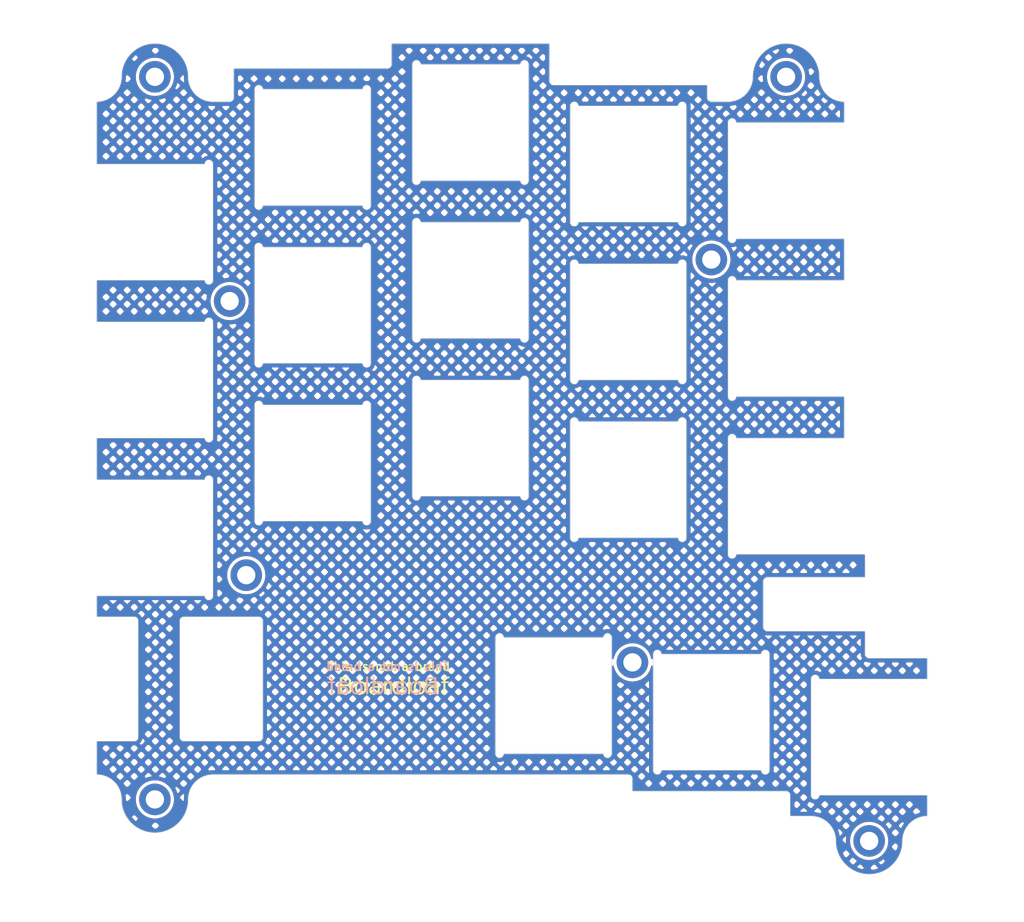
<source format=kicad_pcb>
(kicad_pcb (version 20241229) (generator "pcbnew") (generator_version "9.0")
  (layers (0 "F.Cu" signal) (2 "B.Cu" signal) (13 "F.Paste" user) (15 "B.Paste" user) (5 "F.SilkS" user "F.Silkscreen") (7 "B.SilkS" user "B.Silkscreen") (1 "F.Mask" user) (3 "B.Mask" user) (25 "Edge.Cuts" user))
  (net 0 "")
  (net 1 "GND")
  (footprint "MountingHole:MountingHole_2.2mm_M2_DIN965_Pad_TopBottom" (layer "F.Cu") (at 150.5 52.5)
    (property "Reference" "GND" (hide yes))
    (property "Value" "MountingHole_2.2mm_M2_DIN965_Pad_TopBottom")
    (pad "1" thru_hole circle (at 0 0) (size 2.6 2.6) (drill 2.2) (layers "*.Cu" "*.Mask"))
    (pad "1" connect circle (at 0 0) (size 3.8 3.8) (layers "F.Cu" "F.Mask"))
    (pad "1" connect circle (at 0 0) (size 3.8 3.8) (layers "B.Cu" "B.Mask"))
  )
  (footprint "MountingHole:MountingHole_2.2mm_M2_DIN965_Pad_TopBottom" (layer "F.Cu") (at 160.5 144.500001)
    (property "Reference" "GND" (hide yes))
    (property "Value" "MountingHole_2.2mm_M2_DIN965_Pad_TopBottom")
    (pad "1" thru_hole circle (at 0 0) (size 2.6 2.6) (drill 2.2) (layers "*.Cu" "*.Mask"))
    (pad "1" connect circle (at 0 0) (size 3.8 3.8) (layers "F.Cu" "F.Mask"))
    (pad "1" connect circle (at 0 0) (size 3.8 3.8) (layers "B.Cu" "B.Mask"))
  )
  (footprint "MountingHole:MountingHole_2.2mm_M2_DIN965_Pad_TopBottom" (layer "F.Cu") (at 74.5 52.5)
    (property "Reference" "GND" (hide yes))
    (property "Value" "MountingHole_2.2mm_M2_DIN965_Pad_TopBottom")
    (pad "1" thru_hole circle (at 0 0) (size 2.6 2.6) (drill 2.2) (layers "*.Cu" "*.Mask") (net 1 "GND"))
    (pad "1" connect circle (at 0 0) (size 3.8 3.8) (layers "F.Cu" "F.Mask"))
    (pad "1" connect circle (at 0 0) (size 3.8 3.8) (layers "B.Cu" "B.Mask"))
  )
  (footprint "MountingHole:MountingHole_2.2mm_M2_DIN965_Pad_TopBottom" (layer "F.Cu") (at 141.5 74.5)
    (property "Reference" "GND" (hide yes))
    (property "Value" "MountingHole_2.2mm_M2_DIN965_Pad_TopBottom")
    (pad "1" thru_hole circle (at 0 0) (size 2.6 2.6) (drill 2.2) (layers "*.Cu" "*.Mask"))
    (pad "1" connect circle (at 0 0) (size 3.8 3.8) (layers "F.Cu" "F.Mask"))
    (pad "1" connect circle (at 0 0) (size 3.8 3.8) (layers "B.Cu" "B.Mask"))
  )
  (footprint "MountingHole:MountingHole_2.2mm_M2_DIN965_Pad_TopBottom" (layer "F.Cu") (at 132 123)
    (property "Reference" "GND" (hide yes))
    (property "Value" "MountingHole_2.2mm_M2_DIN965_Pad_TopBottom")
    (pad "1" thru_hole circle (at 0 0) (size 2.6 2.6) (drill 2.2) (layers "*.Cu" "*.Mask"))
    (pad "1" connect circle (at 0 0) (size 3.8 3.8) (layers "F.Cu" "F.Mask"))
    (pad "1" connect circle (at 0 0) (size 3.8 3.8) (layers "B.Cu" "B.Mask"))
  )
  (footprint "MountingHole:MountingHole_2.2mm_M2_DIN965_Pad_TopBottom" (layer "F.Cu") (at 85.5 112.5)
    (property "Reference" "GND" (hide yes))
    (property "Value" "MountingHole_2.2mm_M2_DIN965_Pad_TopBottom")
    (pad "1" thru_hole circle (at 0 0) (size 2.6 2.6) (drill 2.2) (layers "*.Cu" "*.Mask"))
    (pad "1" connect circle (at 0 0) (size 3.8 3.8) (layers "F.Cu" "F.Mask"))
    (pad "1" connect circle (at 0 0) (size 3.8 3.8) (layers "B.Cu" "B.Mask"))
  )
  (footprint "MountingHole:MountingHole_2.2mm_M2_DIN965_Pad_TopBottom" (layer "F.Cu") (at 83.5 79.5)
    (property "Reference" "GND" (hide yes))
    (property "Value" "MountingHole_2.2mm_M2_DIN965_Pad_TopBottom")
    (pad "1" thru_hole circle (at 0 0) (size 2.6 2.6) (drill 2.2) (layers "*.Cu" "*.Mask"))
    (pad "1" connect circle (at 0 0) (size 3.8 3.8) (layers "F.Cu" "F.Mask"))
    (pad "1" connect circle (at 0 0) (size 3.8 3.8) (layers "B.Cu" "B.Mask"))
  )
  (footprint "MountingHole:MountingHole_2.2mm_M2_DIN965_Pad_TopBottom" (layer "F.Cu") (at 74.500003 139.500001)
    (property "Reference" "GND" (hide yes))
    (property "Value" "MountingHole_2.2mm_M2_DIN965_Pad_TopBottom")
    (pad "1" thru_hole circle (at 0 0) (size 2.6 2.6) (drill 2.2) (layers "*.Cu" "*.Mask"))
    (pad "1" connect circle (at 0 0) (size 3.8 3.8) (layers "F.Cu" "F.Mask"))
    (pad "1" connect circle (at 0 0) (size 3.8 3.8) (layers "B.Cu" "B.Mask"))
  )
  (gr_arc (start 78.500003 139.499998) (mid 79.378683 137.37868) (end 81.500004 136.5) (stroke (width 0.05)) (layer "Edge.Cuts"))
  (gr_line (start 148.5 122) (end 148.5 136) (stroke (width 0.05)) (layer "Edge.Cuts"))
  (gr_arc (start 115.5 120) (mid 116 119.5) (end 116.5 120) (stroke (width 0.05)) (layer "Edge.Cuts"))
  (gr_line (start 84 51.5) (end 84 55) (stroke (width 0.05)) (layer "Edge.Cuts"))
  (gr_line (start 158 110) (end 144.5 110) (stroke (width 0.05)) (layer "Edge.Cuts"))
  (gr_line (start 160 112.75) (end 160 110) (stroke (width 0.05)) (layer "Edge.Cuts"))
  (gr_line (start 135.5 136) (end 147.5 136) (stroke (width 0.05)) (layer "Edge.Cuts"))
  (gr_arc (start 153.5 141.5) (mid 155.62132 142.37868) (end 156.5 144.499998) (stroke (width 0.05)) (layer "Edge.Cuts"))
  (gr_line (start 167.5 122.5) (end 160.5 122.5) (stroke (width 0.05)) (layer "Edge.Cuts"))
  (gr_line (start 151 139) (end 151 141.5) (stroke (width 0.05)) (layer "Edge.Cuts"))
  (gr_arc (start 164.5 144.499998) (mid 165.37868 142.37868) (end 167.500001 141.5) (stroke (width 0.05)) (layer "Edge.Cuts"))
  (gr_arc (start 80.5 63) (mid 81 62.5) (end 81.5 63) (stroke (width 0.05)) (layer "Edge.Cuts"))
  (gr_line (start 125.5 94) (end 137.5 94) (stroke (width 0.05)) (layer "Edge.Cuts"))
  (gr_arc (start 157.5 55.5) (mid 155.37868 54.62132) (end 154.5 52.5) (stroke (width 0.05)) (layer "Edge.Cuts"))
  (gr_line (start 135.5 122) (end 147.5 122) (stroke (width 0.05)) (layer "Edge.Cuts"))
  (gr_arc (start 86.5 92) (mid 87 91.5) (end 87.5 92) (stroke (width 0.05)) (layer "Edge.Cuts"))
  (gr_line (start 154.5 125) (end 167.5 125) (stroke (width 0.05)) (layer "Edge.Cuts"))
  (gr_line (start 87 132.5) (end 78 132.5) (stroke (width 0.05)) (layer "Edge.Cuts"))
  (gr_arc (start 137.5 56) (mid 138 55.5) (end 138.5 56) (stroke (width 0.05)) (layer "Edge.Cuts"))
  (gr_arc (start 144.5 72) (mid 144 72.5) (end 143.5 72) (stroke (width 0.05)) (layer "Edge.Cuts"))
  (gr_arc (start 154.5 139) (mid 154 139.5) (end 153.5 139) (stroke (width 0.05)) (layer "Edge.Cuts"))
  (gr_arc (start 106.5 65) (mid 106 65.5) (end 105.5 65) (stroke (width 0.05)) (layer "Edge.Cuts"))
  (gr_line (start 167.5 141.5) (end 167.5 139) (stroke (width 0.05)) (layer "Edge.Cuts"))
  (gr_line (start 81.5 101) (end 81.5 115) (stroke (width 0.05)) (layer "Edge.Cuts"))
  (gr_line (start 124.5 94) (end 124.5 108) (stroke (width 0.05)) (layer "Edge.Cuts"))
  (gr_arc (start 143.5 96) (mid 144 95.5) (end 144.5 96) (stroke (width 0.05)) (layer "Edge.Cuts"))
  (gr_arc (start 148.25 119.25) (mid 147.896447 119.103553) (end 147.75 118.75) (stroke (width 0.05)) (layer "Edge.Cuts"))
  (gr_arc (start 87.5 87) (mid 87 87.5) (end 86.5 87) (stroke (width 0.05)) (layer "Edge.Cuts"))
  (gr_line (start 87 117.5) (end 78 117.5) (stroke (width 0.05)) (layer "Edge.Cuts"))
  (gr_line (start 153.5 125) (end 153.5 139) (stroke (width 0.05)) (layer "Edge.Cuts"))
  (gr_line (start 87.5 92) (end 99.5 92) (stroke (width 0.05)) (layer "Edge.Cuts"))
  (gr_arc (start 164.5 144.499998) (mid 160.5 148.500001) (end 156.5 144.499998) (stroke (width 0.05)) (layer "Edge.Cuts"))
  (gr_line (start 106.5 84) (end 118.5 84) (stroke (width 0.05)) (layer "Edge.Cuts"))
  (gr_arc (start 105.5 51) (mid 106 50.5) (end 106.5 51) (stroke (width 0.05)) (layer "Edge.Cuts"))
  (gr_line (start 147.75 113.25) (end 147.75 118.75) (stroke (width 0.05)) (layer "Edge.Cuts"))
  (gr_arc (start 129.5 134) (mid 129 134.5) (end 128.5 134) (stroke (width 0.05)) (layer "Edge.Cuts"))
  (gr_arc (start 118.5 70) (mid 119 69.5) (end 119.5 70) (stroke (width 0.05)) (layer "Edge.Cuts"))
  (gr_arc (start 67.500003 136.5) (mid 69.621323 137.37868) (end 70.500003 139.499998) (stroke (width 0.05)) (layer "Edge.Cuts"))
  (gr_arc (start 87.5 68) (mid 87 68.5) (end 86.5 68) (stroke (width 0.05)) (layer "Edge.Cuts"))
  (gr_arc (start 135.5 136) (mid 135 136.5) (end 134.5 136) (stroke (width 0.05)) (layer "Edge.Cuts"))
  (gr_arc (start 119.5 84) (mid 119 84.5) (end 118.5 84) (stroke (width 0.05)) (layer "Edge.Cuts"))
  (gr_line (start 87.5 87) (end 99.5 87) (stroke (width 0.05)) (layer "Edge.Cuts"))
  (gr_line (start 86.5 54) (end 86.5 68) (stroke (width 0.05)) (layer "Edge.Cuts"))
  (gr_line (start 151 141.5) (end 153.5 141.5) (stroke (width 0.05)) (layer "Edge.Cuts"))
  (gr_arc (start 141.5 55.5) (mid 141.146447 55.353553) (end 141 55) (stroke (width 0.05)) (layer "Edge.Cuts"))
  (gr_arc (start 87.5 106) (mid 87 106.5) (end 86.5 106) (stroke (width 0.05)) (layer "Edge.Cuts"))
  (gr_line (start 67.5 115) (end 67.5 117.5) (stroke (width 0.05)) (layer "Edge.Cuts"))
  (gr_arc (start 87 117.5) (mid 87.353553 117.646447) (end 87.5 118) (stroke (width 0.05)) (layer "Edge.Cuts"))
  (gr_arc (start 70.5 52.5) (mid 74.5 48.5) (end 78.5 52.5) (stroke (width 0.05)) (layer "Edge.Cuts"))
  (gr_line (start 122 48.5) (end 103 48.5) (stroke (width 0.05)) (layer "Edge.Cuts"))
  (gr_arc (start 70.5 52.5) (mid 69.62132 54.62132) (end 67.5 55.5) (stroke (width 0.05)) (layer "Edge.Cuts"))
  (gr_arc (start 99.5 54) (mid 100 53.5) (end 100.5 54) (stroke (width 0.05)) (layer "Edge.Cuts"))
  (gr_line (start 125.5 89) (end 137.5 89) (stroke (width 0.05)) (layer "Edge.Cuts"))
  (gr_line (start 67.5 77) (end 80.5 77) (stroke (width 0.05)) (layer "Edge.Cuts"))
  (gr_line (start 67.5 96) (end 67.5 101) (stroke (width 0.05)) (layer "Edge.Cuts"))
  (gr_line (start 67.5 101) (end 80.5 101) (stroke (width 0.05)) (layer "Edge.Cuts"))
  (gr_arc (start 81.5 96) (mid 81 96.5) (end 80.5 96) (stroke (width 0.05)) (layer "Edge.Cuts"))
  (gr_line (start 67.5 132.5) (end 67.5 136.5) (stroke (width 0.05)) (layer "Edge.Cuts"))
  (gr_arc (start 144.5 110) (mid 144 110.5) (end 143.5 110) (stroke (width 0.05)) (layer "Edge.Cuts"))
  (gr_arc (start 100.5 106) (mid 100 106.5) (end 99.5 106) (stroke (width 0.05)) (layer "Edge.Cuts"))
  (gr_arc (start 138.5 70) (mid 138 70.5) (end 137.5 70) (stroke (width 0.05)) (layer "Edge.Cuts"))
  (gr_line (start 87.5 118.25) (end 87.5 118) (stroke (width 0.05)) (layer "Edge.Cuts"))
  (gr_arc (start 148.5 136) (mid 148 136.5) (end 147.5 136) (stroke (width 0.05)) (layer "Edge.Cuts"))
  (gr_line (start 125.5 75) (end 137.5 75) (stroke (width 0.05)) (layer "Edge.Cuts"))
  (gr_line (start 144.5 77) (end 157.5 77) (stroke (width 0.05)) (layer "Edge.Cuts"))
  (gr_line (start 83.5 55.5) (end 81.5 55.5) (stroke (width 0.05)) (layer "Edge.Cuts"))
  (gr_arc (start 118.5 89) (mid 119 88.5) (end 119.5 89) (stroke (width 0.05)) (layer "Edge.Cuts"))
  (gr_line (start 81.5 82) (end 81.5 96) (stroke (width 0.05)) (layer "Edge.Cuts"))
  (gr_line (start 143.5 91) (end 143.5 77) (stroke (width 0.05)) (layer "Edge.Cuts"))
  (gr_line (start 157.5 91) (end 157.5 96) (stroke (width 0.05)) (layer "Edge.Cuts"))
  (gr_line (start 134.5 122) (end 134.5 136) (stroke (width 0.05)) (layer "Edge.Cuts"))
  (gr_line (start 154.5 139) (end 167.5 139) (stroke (width 0.05)) (layer "Edge.Cuts"))
  (gr_arc (start 77.5 118) (mid 77.646447 117.646447) (end 78 117.5) (stroke (width 0.05)) (layer "Edge.Cuts"))
  (gr_arc (start 124.5 75) (mid 125 74.5) (end 125.5 75) (stroke (width 0.05)) (layer "Edge.Cuts"))
  (gr_line (start 125.5 56) (end 137.5 56) (stroke (width 0.05)) (layer "Edge.Cuts"))
  (gr_arc (start 80.5 82) (mid 81 81.5) (end 81.5 82) (stroke (width 0.05)) (layer "Edge.Cuts"))
  (gr_arc (start 78.500003 139.499998) (mid 74.500003 143.500001) (end 70.500003 139.499998) (stroke (width 0.05)) (layer "Edge.Cuts"))
  (gr_arc (start 72 117.5) (mid 72.353553 117.646447) (end 72.5 118) (stroke (width 0.05)) (layer "Edge.Cuts"))
  (gr_line (start 103 48.5) (end 103 51) (stroke (width 0.05)) (layer "Edge.Cuts"))
  (gr_line (start 157.5 72) (end 144.5 72) (stroke (width 0.05)) (layer "Edge.Cuts"))
  (gr_arc (start 125.5 89) (mid 125 89.5) (end 124.5 89) (stroke (width 0.05)) (layer "Edge.Cuts"))
  (gr_line (start 167.5 122.5) (end 167.5 125) (stroke (width 0.05)) (layer "Edge.Cuts"))
  (gr_line (start 116.5 134) (end 128.5 134) (stroke (width 0.05)) (layer "Edge.Cuts"))
  (gr_line (start 138.5 56) (end 138.5 70) (stroke (width 0.05)) (layer "Edge.Cuts"))
  (gr_line (start 122 53) (end 122 48.5) (stroke (width 0.05)) (layer "Edge.Cuts"))
  (gr_arc (start 138.5 108) (mid 138 108.5) (end 137.5 108) (stroke (width 0.05)) (layer "Edge.Cuts"))
  (gr_line (start 132 138.5) (end 150.5 138.5) (stroke (width 0.05)) (layer "Edge.Cuts"))
  (gr_arc (start 87.5 132) (mid 87.353553 132.353553) (end 87 132.5) (stroke (width 0.05)) (layer "Edge.Cuts"))
  (gr_line (start 144.5 96) (end 157.5 96) (stroke (width 0.05)) (layer "Edge.Cuts"))
  (gr_line (start 157.5 55.5) (end 157.5 58) (stroke (width 0.05)) (layer "Edge.Cuts"))
  (gr_arc (start 137.5 75) (mid 138 74.5) (end 138.5 75) (stroke (width 0.05)) (layer "Edge.Cuts"))
  (gr_line (start 87.5 106) (end 99.5 106) (stroke (width 0.05)) (layer "Edge.Cuts"))
  (gr_arc (start 144.5 91) (mid 144 91.5) (end 143.5 91) (stroke (width 0.05)) (layer "Edge.Cuts"))
  (gr_arc (start 146.5 52.5) (mid 150.5 48.5) (end 154.5 52.5) (stroke (width 0.05)) (layer "Edge.Cuts"))
  (gr_line (start 143.5 72) (end 143.5 58) (stroke (width 0.05)) (layer "Edge.Cuts"))
  (gr_arc (start 105.5 70) (mid 106 69.5) (end 106.5 70) (stroke (width 0.05)) (layer "Edge.Cuts"))
  (gr_arc (start 106.5 103) (mid 106 103.5) (end 105.5 103) (stroke (width 0.05)) (layer "Edge.Cuts"))
  (gr_arc (start 78 132.5) (mid 77.646447 132.353553) (end 77.5 132) (stroke (width 0.05)) (layer "Edge.Cuts"))
  (gr_line (start 106.5 70) (end 118.5 70) (stroke (width 0.05)) (layer "Edge.Cuts"))
  (gr_arc (start 150.5 138.5) (mid 150.853553 138.646447) (end 151 139) (stroke (width 0.05)) (layer "Edge.Cuts"))
  (gr_line (start 77.5 118) (end 77.5 132) (stroke (width 0.05)) (layer "Edge.Cuts"))
  (gr_arc (start 80.5 101) (mid 81 100.5) (end 81.5 101) (stroke (width 0.05)) (layer "Edge.Cuts"))
  (gr_line (start 86.5 73) (end 86.5 87) (stroke (width 0.05)) (layer "Edge.Cuts"))
  (gr_arc (start 119.5 103) (mid 119 103.5) (end 118.5 103) (stroke (width 0.05)) (layer "Edge.Cuts"))
  (gr_arc (start 122.5 53.5) (mid 122.146447 53.353553) (end 122 53) (stroke (width 0.05)) (layer "Edge.Cuts"))
  (gr_arc (start 81.5 55.5) (mid 79.37868 54.62132) (end 78.5 52.5) (stroke (width 0.05)) (layer "Edge.Cuts"))
  (gr_line (start 87.5 68) (end 99.5 68) (stroke (width 0.05)) (layer "Edge.Cuts"))
  (gr_line (start 124.5 75) (end 124.5 89) (stroke (width 0.05)) (layer "Edge.Cuts"))
  (gr_line (start 67.5 117.5) (end 72 117.5) (stroke (width 0.05)) (layer "Edge.Cuts"))
  (gr_arc (start 100.5 68) (mid 100 68.5) (end 99.5 68) (stroke (width 0.05)) (layer "Edge.Cuts"))
  (gr_line (start 100.5 54) (end 100.5 68) (stroke (width 0.05)) (layer "Edge.Cuts"))
  (gr_line (start 157.5 91) (end 144.5 91) (stroke (width 0.05)) (layer "Edge.Cuts"))
  (gr_line (start 100.5 73) (end 100.5 87) (stroke (width 0.05)) (layer "Edge.Cuts"))
  (gr_line (start 141 53.5) (end 122.5 53.5) (stroke (width 0.05)) (layer "Edge.Cuts"))
  (gr_line (start 81.5 63) (end 81.5 77) (stroke (width 0.05)) (layer "Edge.Cuts"))
  (gr_line (start 160 112.75) (end 148.25 112.75) (stroke (width 0.05)) (layer "Edge.Cuts"))
  (gr_line (start 105.5 51) (end 105.5 65) (stroke (width 0.05)) (layer "Edge.Cuts"))
  (gr_line (start 87.5 131.749999) (end 87.5 118.25) (stroke (width 0.05)) (layer "Edge.Cuts"))
  (gr_line (start 148.25 119.25) (end 160 119.25) (stroke (width 0.05)) (layer "Edge.Cuts"))
  (gr_arc (start 131.5 136.5) (mid 131.853553 136.646447) (end 132 137) (stroke (width 0.05)) (layer "Edge.Cuts"))
  (gr_arc (start 160.5 122.5) (mid 160.146447 122.353553) (end 160 122) (stroke (width 0.05)) (layer "Edge.Cuts"))
  (gr_line (start 106.5 103) (end 118.5 103) (stroke (width 0.05)) (layer "Edge.Cuts"))
  (gr_arc (start 143.5 77) (mid 144 76.5) (end 144.5 77) (stroke (width 0.05)) (layer "Edge.Cuts"))
  (gr_line (start 138.5 75) (end 138.5 89) (stroke (width 0.05)) (layer "Edge.Cuts"))
  (gr_arc (start 134.5 122) (mid 135 121.5) (end 135.5 122) (stroke (width 0.05)) (layer "Edge.Cuts"))
  (gr_line (start 106.5 65) (end 118.5 65) (stroke (width 0.05)) (layer "Edge.Cuts"))
  (gr_arc (start 99.5 73) (mid 100 72.5) (end 100.5 73) (stroke (width 0.05)) (layer "Edge.Cuts"))
  (gr_line (start 132 137) (end 132 138.5) (stroke (width 0.05)) (layer "Edge.Cuts"))
  (gr_arc (start 81.5 77) (mid 81 77.5) (end 80.5 77) (stroke (width 0.05)) (layer "Edge.Cuts"))
  (gr_line (start 100.5 92) (end 100.5 106) (stroke (width 0.05)) (layer "Edge.Cuts"))
  (gr_line (start 143.5 110) (end 143.5 96) (stroke (width 0.05)) (layer "Edge.Cuts"))
  (gr_line (start 141 55) (end 141 53.5) (stroke (width 0.05)) (layer "Edge.Cuts"))
  (gr_line (start 86.5 92) (end 86.5 106) (stroke (width 0.05)) (layer "Edge.Cuts"))
  (gr_arc (start 99.5 92) (mid 100 91.5) (end 100.5 92) (stroke (width 0.05)) (layer "Edge.Cuts"))
  (gr_arc (start 118.5 51) (mid 119 50.5) (end 119.5 51) (stroke (width 0.05)) (layer "Edge.Cuts"))
  (gr_line (start 129.5 120) (end 129.5 134) (stroke (width 0.05)) (layer "Edge.Cuts"))
  (gr_arc (start 128.5 120) (mid 129 119.5) (end 129.5 120) (stroke (width 0.05)) (layer "Edge.Cuts"))
  (gr_arc (start 116.5 134) (mid 116 134.5) (end 115.5 134) (stroke (width 0.05)) (layer "Edge.Cuts"))
  (gr_line (start 125.5 108) (end 137.5 108) (stroke (width 0.05)) (layer "Edge.Cuts"))
  (gr_line (start 160 110) (end 158 110) (stroke (width 0.05)) (layer "Edge.Cuts"))
  (gr_line (start 67.5 63) (end 80.5 63) (stroke (width 0.05)) (layer "Edge.Cuts"))
  (gr_line (start 87.5 54) (end 99.5 54) (stroke (width 0.05)) (layer "Edge.Cuts"))
  (gr_arc (start 100.5 87) (mid 100 87.5) (end 99.5 87) (stroke (width 0.05)) (layer "Edge.Cuts"))
  (gr_line (start 119.5 70) (end 119.5 84) (stroke (width 0.05)) (layer "Edge.Cuts"))
  (gr_arc (start 137.5 94) (mid 138 93.5) (end 138.5 94) (stroke (width 0.05)) (layer "Edge.Cuts"))
  (gr_arc (start 125.5 108) (mid 125 108.5) (end 124.5 108) (stroke (width 0.05)) (layer "Edge.Cuts"))
  (gr_arc (start 125.5 70) (mid 125 70.5) (end 124.5 70) (stroke (width 0.05)) (layer "Edge.Cuts"))
  (gr_line (start 67.5 115) (end 80.5 115) (stroke (width 0.05)) (layer "Edge.Cuts"))
  (gr_arc (start 106.5 84) (mid 106 84.5) (end 105.5 84) (stroke (width 0.05)) (layer "Edge.Cuts"))
  (gr_line (start 157.5 72) (end 157.5 77) (stroke (width 0.05)) (layer "Edge.Cuts"))
  (gr_arc (start 103 51) (mid 102.853553 51.353553) (end 102.5 51.5) (stroke (width 0.05)) (layer "Edge.Cuts"))
  (gr_arc (start 147.5 122) (mid 148 121.5) (end 148.5 122) (stroke (width 0.05)) (layer "Edge.Cuts"))
  (gr_arc (start 124.5 56) (mid 125 55.5) (end 125.5 56) (stroke (width 0.05)) (layer "Edge.Cuts"))
  (gr_line (start 119.5 89) (end 119.5 103) (stroke (width 0.05)) (layer "Edge.Cuts"))
  (gr_line (start 143.5 55.5) (end 141.5 55.5) (stroke (width 0.05)) (layer "Edge.Cuts"))
  (gr_line (start 115.5 120) (end 115.5 134) (stroke (width 0.05)) (layer "Edge.Cuts"))
  (gr_line (start 87.5 131.749999) (end 87.5 132) (stroke (width 0.05)) (layer "Edge.Cuts"))
  (gr_line (start 138.5 94) (end 138.5 108) (stroke (width 0.05)) (layer "Edge.Cuts"))
  (gr_arc (start 81.5 115) (mid 81 115.5) (end 80.5 115) (stroke (width 0.05)) (layer "Edge.Cuts"))
  (gr_line (start 125.5 70) (end 137.5 70) (stroke (width 0.05)) (layer "Edge.Cuts"))
  (gr_arc (start 105.5 89) (mid 106 88.5) (end 106.5 89) (stroke (width 0.05)) (layer "Edge.Cuts"))
  (gr_line (start 105.5 89) (end 105.5 103) (stroke (width 0.05)) (layer "Edge.Cuts"))
  (gr_line (start 119.5 51) (end 119.5 65) (stroke (width 0.05)) (layer "Edge.Cuts"))
  (gr_line (start 105.5 70) (end 105.5 84) (stroke (width 0.05)) (layer "Edge.Cuts"))
  (gr_arc (start 84 55) (mid 83.853553 55.353553) (end 83.5 55.5) (stroke (width 0.05)) (layer "Edge.Cuts"))
  (gr_line (start 67.5 55.5) (end 67.5 63) (stroke (width 0.05)) (layer "Edge.Cuts"))
  (gr_line (start 67.5 82) (end 80.5 82) (stroke (width 0.05)) (layer "Edge.Cuts"))
  (gr_arc (start 153.5 125) (mid 154 124.5) (end 154.5 125) (stroke (width 0.05)) (layer "Edge.Cuts"))
  (gr_arc (start 124.5 94) (mid 125 93.5) (end 125.5 94) (stroke (width 0.05)) (layer "Edge.Cuts"))
  (gr_line (start 67.5 77) (end 67.5 82) (stroke (width 0.05)) (layer "Edge.Cuts"))
  (gr_line (start 102.5 51.5) (end 84 51.5) (stroke (width 0.05)) (layer "Edge.Cuts"))
  (gr_arc (start 72.5 132) (mid 72.353553 132.353553) (end 72 132.5) (stroke (width 0.05)) (layer "Edge.Cuts"))
  (gr_arc (start 119.5 65) (mid 119 65.5) (end 118.5 65) (stroke (width 0.05)) (layer "Edge.Cuts"))
  (gr_line (start 72.5 118) (end 72.5 132) (stroke (width 0.05)) (layer "Edge.Cuts"))
  (gr_line (start 160 119.25) (end 160 122) (stroke (width 0.05)) (layer "Edge.Cuts"))
  (gr_arc (start 86.5 54) (mid 87 53.5) (end 87.5 54) (stroke (width 0.05)) (layer "Edge.Cuts"))
  (gr_arc (start 86.5 73) (mid 87 72.5) (end 87.5 73) (stroke (width 0.05)) (layer "Edge.Cuts"))
  (gr_line (start 87.5 73) (end 99.5 73) (stroke (width 0.05)) (layer "Edge.Cuts"))
  (gr_line (start 67.5 96) (end 80.5 96) (stroke (width 0.05)) (layer "Edge.Cuts"))
  (gr_arc (start 147.75 113.25) (mid 147.896447 112.896447) (end 148.25 112.75) (stroke (width 0.05)) (layer "Edge.Cuts"))
  (gr_line (start 106.5 51) (end 118.5 51) (stroke (width 0.05)) (layer "Edge.Cuts"))
  (gr_line (start 144.5 58) (end 157.5 58) (stroke (width 0.05)) (layer "Edge.Cuts"))
  (gr_arc (start 138.5 89) (mid 138 89.5) (end 137.5 89) (stroke (width 0.05)) (layer "Edge.Cuts"))
  (gr_line (start 67.5 132.5) (end 72 132.5) (stroke (width 0.05)) (layer "Edge.Cuts"))
  (gr_line (start 81.500004 136.5) (end 131.5 136.5) (stroke (width 0.05)) (layer "Edge.Cuts"))
  (gr_arc (start 143.5 58) (mid 144 57.5) (end 144.5 58) (stroke (width 0.05)) (layer "Edge.Cuts"))
  (gr_arc (start 146.5 52.5) (mid 145.62132 54.62132) (end 143.5 55.5) (stroke (width 0.05)) (layer "Edge.Cuts"))
  (gr_line (start 124.5 56) (end 124.5 70) (stroke (width 0.05)) (layer "Edge.Cuts"))
  (gr_line (start 116.5 120) (end 128.5 120) (stroke (width 0.05)) (layer "Edge.Cuts"))
  (gr_line (start 106.5 89) (end 118.5 89) (stroke (width 0.05)) (layer "Edge.Cuts"))
  (gr_text "This is not a bread" (at 110.161908 123.5 0) (layer "F.SilkS") (effects (font (size 1 1) (thickness 0.2) (bold yes)) (justify right)))
  (gr_text "Boardloaf" (at 109.911908 126 0) (layer "F.SilkS") (effects (font (size 2 2) (thickness 0.1)) (justify right)))
  (gr_text "This is not a bread" (at 95 123.5 -0) (layer "B.SilkS") (effects (font (size 1 1) (thickness 0.2) (bold yes)) (justify right mirror)))
  (gr_text "Boardloaf" (at 95.25 126 -0) (layer "B.SilkS") (effects (font (size 2 2) (thickness 0.1)) (justify right mirror)))
  (zone (net 1) (net_name "GND") (layers "F.Cu" "B.Cu") (connect_pads (clearance 0.4)) (min_thickness 0.25) (fill yes (mode hatch) (thermal_gap 0.5) (thermal_bridge_width 0.5) (hatch_thickness 0.5) (hatch_gap 0.7) (hatch_orientation 45) (hatch_smoothing_level 3) (hatch_smoothing_value 0.5) (hatch_border_algorithm hatch_thickness) (hatch_min_hole_area 0.6))
    (polygon (pts (xy 60.75 43.25) (xy 175 43.25) (xy 175.25 153.75) (xy 60 154.25)))
  )
)
</source>
